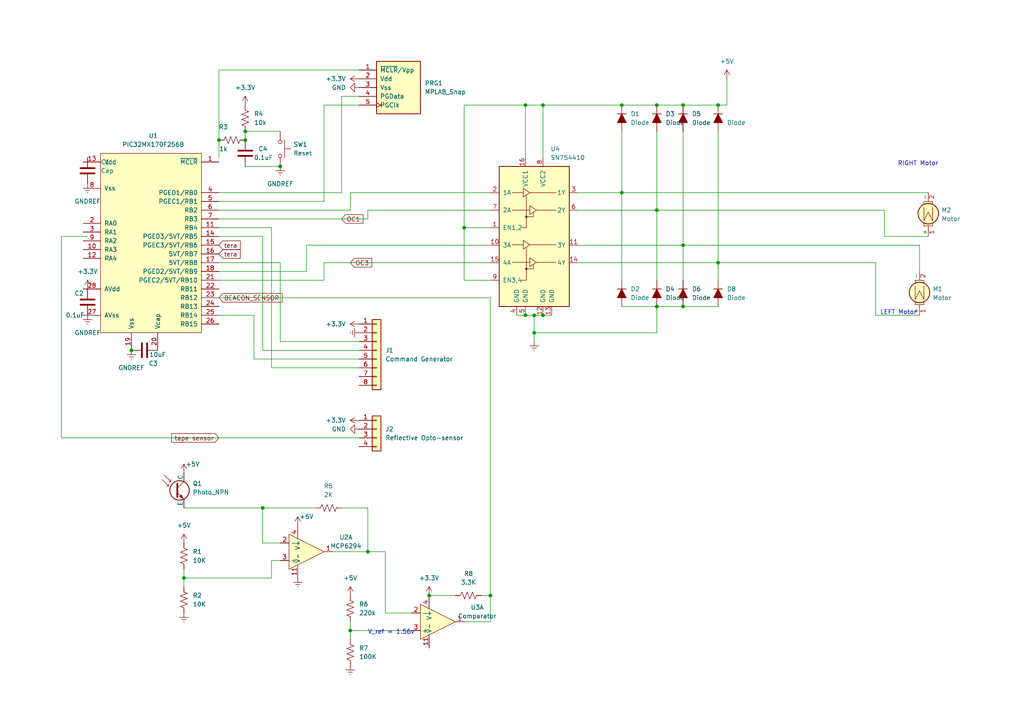
<source format=kicad_sch>
(kicad_sch (version 20230121) (generator eeschema)
  (paper "A4")
  (lib_symbols
    (symbol "ME218_BaseLib:Cap" (pin_numbers hide) (pin_names (offset 0.254))
      (property "Reference" "C" (at 0.635 2.54 0))
      (property "Value" "Cap" (at 0.635 -2.54 0))
      (symbol "Cap_0_1"
        (polyline (pts (xy -2.032 -0.762) (xy 2.032 -0.762)) (stroke (width 0.508)))
        (polyline (pts (xy -2.032 0.762) (xy 2.032 0.762)) (stroke (width 0.508)))
      )
      (symbol "Cap_1_1"
        (pin passive line (at 0 3.81 270) (length 2.794) (name "~") (number "1"))
        (pin passive line (at 0 -3.81 90) (length 2.794) (name "~") (number "2"))
      )
    )
    (symbol "ME218_BaseLib:Diode" (pin_numbers hide) (pin_names (offset 1.016) hide)
      (property "Reference" "D" (at 0 2.54 0))
      (property "Value" "Diode" (at 0 -2.54 0))
      (symbol "Diode_0_1"
        (polyline (pts (xy -1.27 1.27) (xy -1.27 -1.27)) (stroke (width 0.2032)))
        (polyline (pts (xy 1.27 0) (xy -1.27 0)))
        (polyline (pts (xy 1.27 1.27) (xy 1.27 -1.27) (xy -1.27 0) (xy 1.27 1.27)) (stroke (width 0.2032)) (fill (type outline)))
      )
      (symbol "Diode_1_1"
        (pin passive line (at -3.81 0 0) (length 2.54) (name "K") (number "1"))
        (pin passive line (at 3.81 0 180) (length 2.54) (name "A") (number "2"))
      )
    )
    (symbol "ME218_BaseLib:L293NE" (pin_names (offset 1.016))
      (property "Reference" "U" (at -5.08 26.035 0))
      (property "Value" "L293NE" (at -5.08 24.13 0))
      (symbol "L293NE_0_1"
        (rectangle (start -10.16 22.86) (end 10.16 -17.78) (stroke (width 0.254)) (fill (type background)))
        (circle (center -2.286 -6.858) (radius 0.254) (fill (type outline)))
        (circle (center -2.286 8.255) (radius 0.254) (fill (type outline)))
        (polyline (pts (xy -6.35 -4.953) (xy -1.27 -4.953)))
        (polyline (pts (xy -6.35 0.127) (xy -3.175 0.127)))
        (polyline (pts (xy -6.35 10.16) (xy -1.27 10.16)))
        (polyline (pts (xy -6.35 15.24) (xy -3.175 15.24)))
        (polyline (pts (xy -1.27 0.127) (xy 6.35 0.127)))
        (polyline (pts (xy -1.27 15.24) (xy 6.35 15.24)))
        (polyline (pts (xy 0.635 -4.953) (xy 6.35 -4.953)))
        (polyline (pts (xy 0.635 10.16) (xy 6.35 10.16)))
        (polyline (pts (xy -2.286 -6.858) (xy -0.254 -6.858) (xy -0.254 -5.588)))
        (polyline (pts (xy -2.286 -0.635) (xy -2.286 -10.16) (xy -3.556 -10.16)))
        (polyline (pts (xy -2.286 8.255) (xy -0.254 8.255) (xy -0.254 9.525)))
        (polyline (pts (xy -2.286 14.478) (xy -2.286 5.08) (xy -3.556 5.08)))
        (polyline (pts (xy -3.175 1.397) (xy -3.175 -1.143) (xy -1.27 0.127) (xy -3.175 1.397)))
        (polyline (pts (xy -3.175 16.51) (xy -3.175 13.97) (xy -1.27 15.24) (xy -3.175 16.51)))
        (polyline (pts (xy -1.27 -3.683) (xy -1.27 -6.223) (xy 0.635 -4.953) (xy -1.27 -3.683)))
        (polyline (pts (xy -1.27 11.43) (xy -1.27 8.89) (xy 0.635 10.16) (xy -1.27 11.43)))
      )
      (symbol "L293NE_1_1"
        (pin input line (at -12.7 5.08 0) (length 2.54) (name "EN1,2") (number "1"))
        (pin input line (at -12.7 0 0) (length 2.54) (name "3A") (number "10"))
        (pin output line (at 12.7 0 180) (length 2.54) (name "3Y") (number "11"))
        (pin power_in line (at 2.54 -20.32 90) (length 2.54) (name "GND") (number "12"))
        (pin power_in line (at 5.08 -20.32 90) (length 2.54) (name "GND") (number "13"))
        (pin output line (at 12.7 -5.08 180) (length 2.54) (name "4Y") (number "14"))
        (pin input line (at -12.7 -5.08 0) (length 2.54) (name "4A") (number "15"))
        (pin power_in line (at -2.54 25.4 270) (length 2.54) (name "VCC1") (number "16"))
        (pin input line (at -12.7 15.24 0) (length 2.54) (name "1A") (number "2"))
        (pin output line (at 12.7 15.24 180) (length 2.54) (name "1Y") (number "3"))
        (pin power_in line (at -5.08 -20.32 90) (length 2.54) (name "GND") (number "4"))
        (pin power_in line (at -2.54 -20.32 90) (length 2.54) (name "GND") (number "5"))
        (pin output line (at 12.7 10.16 180) (length 2.54) (name "2Y") (number "6"))
        (pin input line (at -12.7 10.16 0) (length 2.54) (name "2A") (number "7"))
        (pin power_in line (at 2.54 25.4 270) (length 2.54) (name "VCC2") (number "8"))
        (pin input line (at -12.7 -10.16 0) (length 2.54) (name "EN3,4") (number "9"))
      )
    )
    (symbol "ME218_BaseLib:MCP6294"
      (property "Reference" "U" (at 1.27 5.08 0))
      (property "Value" "MCP6294" (at 3.81 -5.08 0))
      (symbol "MCP6294_0_1"
        (polyline (pts (xy -5.08 5.08) (xy 5.08 0) (xy -5.08 -5.08) (xy -5.08 5.08)) (stroke (width 0.1524)) (fill (type background)))
        (pin power_in line (at -2.54 -7.62 90) (length 3.81) (name "V-") (number "11"))
        (pin power_in line (at -2.54 7.62 270) (length 3.81) (name "V+") (number "4"))
      )
      (symbol "MCP6294_1_1"
        (pin output line (at 7.62 0 180) (length 2.54) (name "~") (number "1"))
        (pin input line (at -7.62 2.54 0) (length 2.54) (name "-") (number "2"))
        (pin input line (at -7.62 -2.54 0) (length 2.54) (name "+") (number "3"))
      )
      (symbol "MCP6294_2_1"
        (pin input line (at -7.62 -2.54 0) (length 2.54) (name "+") (number "5"))
        (pin input line (at -7.62 2.54 0) (length 2.54) (name "-") (number "6"))
        (pin output line (at 7.62 0 180) (length 2.54) (name "~") (number "7"))
      )
      (symbol "MCP6294_3_1"
        (pin input line (at -7.62 -2.54 0) (length 2.54) (name "+") (number "10"))
        (pin output line (at 7.62 0 180) (length 2.54) (name "~") (number "8"))
        (pin input line (at -7.62 2.54 0) (length 2.54) (name "-") (number "9"))
      )
      (symbol "MCP6294_4_1"
        (pin input line (at -7.62 -2.54 0) (length 2.54) (name "+") (number "12"))
        (pin input line (at -7.62 2.54 0) (length 2.54) (name "-") (number "13"))
        (pin output line (at 7.62 0 180) (length 2.54) (name "~") (number "14"))
      )
    )
    (symbol "ME218_BaseLib:MPLAB_Snap" (pin_names (offset 1.016))
      (property "Reference" "PRG" (at 0 8.89 0))
      (property "Value" "MPLAB_Snap" (at 8.89 1.27 90))
      (symbol "MPLAB_Snap_0_1"
        (rectangle (start -6.35 7.62) (end 6.35 -7.62) (stroke (width 0.254)) (fill (type background)))
      )
      (symbol "MPLAB_Snap_1_1"
        (pin output line (at -11.43 5.08 0) (length 5.08) (name "~{MCLR}/Vpp") (number "1"))
        (pin input line (at -11.43 2.54 0) (length 5.08) (name "Vdd") (number "2"))
        (pin input line (at -11.43 0 0) (length 5.08) (name "Vss") (number "3"))
        (pin bidirectional line (at -11.43 -2.54 0) (length 5.08) (name "PGData") (number "4"))
        (pin output clock (at -11.43 -5.08 0) (length 5.08) (name "PGClk") (number "5"))
        (pin no_connect line (at -2.54 -11.43 0) (length 5.08) hide (name "NC") (number "6"))
        (pin no_connect line (at -2.54 -13.97 0) (length 5.08) hide (name "NC") (number "7"))
        (pin no_connect line (at -2.54 -16.51 0) (length 5.08) hide (name "NC") (number "8"))
      )
    )
    (symbol "ME218_BaseLib:Molex4" (pin_names (offset 1.016) hide)
      (property "Reference" "J" (at 0 5.08 0))
      (property "Value" "Molex4" (at 0 -7.62 0))
      (symbol "Molex4_1_1"
        (rectangle (start -1.27 -4.953) (end 0 -5.207) (stroke (width 0.1524)))
        (rectangle (start -1.27 -2.413) (end 0 -2.667) (stroke (width 0.1524)))
        (rectangle (start -1.27 0.127) (end 0 -0.127) (stroke (width 0.1524)))
        (rectangle (start -1.27 2.667) (end 0 2.413) (stroke (width 0.1524)))
        (rectangle (start -1.27 3.81) (end 1.27 -6.35) (stroke (width 0.254)) (fill (type background)))
        (pin passive line (at -5.08 2.54 0) (length 3.81) (name "Pin_1") (number "1"))
        (pin passive line (at -5.08 0 0) (length 3.81) (name "Pin_2") (number "2"))
        (pin passive line (at -5.08 -2.54 0) (length 3.81) (name "Pin_3") (number "3"))
        (pin passive line (at -5.08 -5.08 0) (length 3.81) (name "Pin_4") (number "4"))
      )
    )
    (symbol "ME218_BaseLib:Molex8" (pin_names (offset 1.016) hide)
      (property "Reference" "J" (at 0 10.16 0))
      (property "Value" "Molex8" (at 0 -12.7 0))
      (symbol "Molex8_1_1"
        (rectangle (start -1.27 -10.033) (end 0 -10.287) (stroke (width 0.1524)))
        (rectangle (start -1.27 -7.493) (end 0 -7.747) (stroke (width 0.1524)))
        (rectangle (start -1.27 -4.953) (end 0 -5.207) (stroke (width 0.1524)))
        (rectangle (start -1.27 -2.413) (end 0 -2.667) (stroke (width 0.1524)))
        (rectangle (start -1.27 0.127) (end 0 -0.127) (stroke (width 0.1524)))
        (rectangle (start -1.27 2.667) (end 0 2.413) (stroke (width 0.1524)))
        (rectangle (start -1.27 5.207) (end 0 4.953) (stroke (width 0.1524)))
        (rectangle (start -1.27 7.747) (end 0 7.493) (stroke (width 0.1524)))
        (rectangle (start -1.27 8.89) (end 1.27 -11.43) (stroke (width 0.254)) (fill (type background)))
        (pin passive line (at -5.08 7.62 0) (length 3.81) (name "Pin_1") (number "1"))
        (pin passive line (at -5.08 5.08 0) (length 3.81) (name "Pin_2") (number "2"))
        (pin passive line (at -5.08 2.54 0) (length 3.81) (name "Pin_3") (number "3"))
        (pin passive line (at -5.08 0 0) (length 3.81) (name "Pin_4") (number "4"))
        (pin passive line (at -5.08 -2.54 0) (length 3.81) (name "Pin_5") (number "5"))
        (pin passive line (at -5.08 -5.08 0) (length 3.81) (name "Pin_6") (number "6"))
        (pin passive line (at -5.08 -7.62 0) (length 3.81) (name "Pin_7") (number "7"))
        (pin passive line (at -5.08 -10.16 0) (length 3.81) (name "Pin_8") (number "8"))
      )
    )
    (symbol "ME218_BaseLib:Motor" (pin_names (offset 0))
      (property "Reference" "M" (at 2.54 2.54 0))
      (property "Value" "Motor" (at 2.54 -5.08 0))
      (symbol "Motor_0_0"
        (circle (center 0 -1.524) (radius 2.9718) (stroke (width 0.254)) (fill (type background)))
        (polyline (pts (xy -1.27 -4.318) (xy -1.27 -5.08) (xy 1.27 -5.08) (xy 1.27 -4.318)) (fill (type background)))
        (polyline (pts (xy -1.27 1.27) (xy -1.27 2.032) (xy 1.27 2.032) (xy 1.27 1.27)) (fill (type background)))
        (polyline (pts (xy -1.27 -3.302) (xy -1.27 0.508) (xy 0 -2.032) (xy 1.27 0.508) (xy 1.27 -3.302)))
      )
      (symbol "Motor_0_1"
        (polyline (pts (xy 0 2.032) (xy 0 2.54)))
      )
      (symbol "Motor_1_1"
        (pin passive line (at 0 5.08 270) (length 2.54) (name "+") (number "1"))
        (pin passive line (at 0 -7.62 90) (length 2.54) (name "-") (number "2"))
      )
    )
    (symbol "ME218_BaseLib:PIC32MX170F256B" (pin_names (offset 1.016))
      (property "Reference" "U" (at -20.32 25.4 0))
      (property "Value" "PIC32MX170F256B" (at -7.62 25.4 0))
      (symbol "PIC32MX170F256B_0_1"
        (rectangle (start -21.59 24.13) (end 7.62 -27.94) (fill (type background)))
      )
      (symbol "PIC32MX170F256B_1_1"
        (pin input line (at 12.7 21.59 180) (length 5.08) (name "~{MCLR}") (number "1"))
        (pin bidirectional line (at -26.67 -3.81 0) (length 5.08) (name "RA3") (number "10"))
        (pin bidirectional line (at 12.7 2.54 180) (length 5.08) (name "RB4") (number "11"))
        (pin bidirectional line (at -26.67 -6.35 0) (length 5.08) (name "RA4") (number "12"))
        (pin power_in line (at -26.67 21.59 0) (length 5.08) (name "Vdd") (number "13"))
        (pin bidirectional line (at 12.7 0 180) (length 5.08) (name "PGED3/5VT/RB5") (number "14"))
        (pin bidirectional line (at 12.7 -2.54 180) (length 5.08) (name "PGEC3/5VT/RB6") (number "15"))
        (pin bidirectional line (at 12.7 -5.08 180) (length 5.08) (name "5VT/RB7") (number "16"))
        (pin bidirectional line (at 12.7 -7.62 180) (length 5.08) (name "5VT/RB8") (number "17"))
        (pin bidirectional line (at 12.7 -10.16 180) (length 5.08) (name "PGED2/5VT/RB9") (number "18"))
        (pin power_in line (at -12.7 -33.02 90) (length 5.08) (name "Vss") (number "19"))
        (pin bidirectional line (at -26.67 3.81 0) (length 5.08) (name "RA0") (number "2"))
        (pin input line (at -5.08 -33.02 90) (length 5.08) (name "Vcap") (number "20"))
        (pin bidirectional line (at 12.7 -12.7 180) (length 5.08) (name "PGEC2/5VT/RB10") (number "21"))
        (pin bidirectional line (at 12.7 -15.24 180) (length 5.08) (name "RB11") (number "22"))
        (pin bidirectional line (at 12.7 -17.78 180) (length 5.08) (name "RB12") (number "23"))
        (pin bidirectional line (at 12.7 -20.32 180) (length 5.08) (name "RB13") (number "24"))
        (pin bidirectional line (at 12.7 -22.86 180) (length 5.08) (name "RB14") (number "25"))
        (pin bidirectional line (at 12.7 -25.4 180) (length 5.08) (name "RB15") (number "26"))
        (pin power_in line (at -26.67 -22.86 0) (length 5.08) (name "AVss") (number "27"))
        (pin power_in line (at -26.67 -15.24 0) (length 5.08) (name "AVdd") (number "28"))
        (pin bidirectional line (at -26.67 1.27 0) (length 5.08) (name "RA1") (number "3"))
        (pin bidirectional line (at 12.7 12.7 180) (length 5.08) (name "PGED1/RB0") (number "4"))
        (pin bidirectional line (at 12.7 10.16 180) (length 5.08) (name "PGEC1/RB1") (number "5"))
        (pin bidirectional line (at 12.7 7.62 180) (length 5.08) (name "RB2") (number "6"))
        (pin bidirectional line (at 12.7 5.08 180) (length 5.08) (name "RB3") (number "7"))
        (pin power_in line (at -26.67 13.97 0) (length 5.08) (name "Vss") (number "8"))
        (pin bidirectional line (at -26.67 -1.27 0) (length 5.08) (name "RA2") (number "9"))
      )
    )
    (symbol "ME218_BaseLib:Photo_NPN" (pin_numbers hide) (pin_names (offset 0))
      (property "Reference" "Q" (at 5.08 1.27 0))
      (property "Value" "Photo_NPN" (at 5.08 -1.27 0))
      (symbol "Photo_NPN_0_1"
        (polyline (pts (xy -1.905 1.27) (xy -2.54 1.27)))
        (polyline (pts (xy -1.27 2.54) (xy -1.905 2.54)))
        (polyline (pts (xy 0.635 0.635) (xy 2.54 2.54)))
        (polyline (pts (xy -3.81 3.175) (xy -1.905 1.27) (xy -1.905 1.905)))
        (polyline (pts (xy -3.175 4.445) (xy -1.27 2.54) (xy -1.27 3.175)))
        (polyline (pts (xy 0.635 -0.635) (xy 2.54 -2.54) (xy 2.54 -2.54)))
        (polyline (pts (xy 0.635 1.905) (xy 0.635 -1.905) (xy 0.635 -1.905)) (stroke (width 0.508)))
        (polyline (pts (xy 1.27 -1.778) (xy 1.778 -1.27) (xy 2.286 -2.286) (xy 1.27 -1.778) (xy 1.27 -1.778)) (fill (type outline)))
        (circle (center 1.27 0) (radius 2.8194) (stroke (width 0.254)))
      )
      (symbol "Photo_NPN_1_1"
        (pin passive line (at 2.54 5.08 270) (length 2.54) (name "C") (number "1"))
        (pin passive line (at 2.54 -5.08 90) (length 2.54) (name "E") (number "2"))
      )
    )
    (symbol "ME218_BaseLib:Res1" (pin_numbers hide) (pin_names (offset 0))
      (property "Reference" "R" (at 2.54 0 90))
      (property "Value" "Res1" (at -2.54 0 90))
      (symbol "Res1_0_1"
        (polyline (pts (xy 0 -2.286) (xy 0 -2.54)))
        (polyline (pts (xy 0 2.286) (xy 0 2.54)))
        (polyline (pts (xy 0 -0.762) (xy 1.016 -1.143) (xy 0 -1.524) (xy -1.016 -1.905) (xy 0 -2.286)))
        (polyline (pts (xy 0 0.762) (xy 1.016 0.381) (xy 0 0) (xy -1.016 -0.381) (xy 0 -0.762)))
        (polyline (pts (xy 0 2.286) (xy 1.016 1.905) (xy 0 1.524) (xy -1.016 1.143) (xy 0 0.762)))
      )
      (symbol "Res1_1_1"
        (pin passive line (at 0 3.81 270) (length 1.27) (name "~") (number "1"))
        (pin passive line (at 0 -3.81 90) (length 1.27) (name "~") (number "2"))
      )
    )
    (symbol "ME218_BaseLib:SW_Push" (pin_numbers hide) (pin_names (offset 1.016) hide)
      (property "Reference" "SW" (at 1.27 2.54 0))
      (property "Value" "SW_Push" (at 0 -1.524 0))
      (symbol "SW_Push_0_1"
        (circle (center -2.032 0) (radius 0.508))
        (polyline (pts (xy 0 1.27) (xy 0 3.048)))
        (polyline (pts (xy 2.54 1.27) (xy -2.54 1.27)))
        (circle (center 2.032 0) (radius 0.508))
        (pin passive line (at -5.08 0 0) (length 2.54) (name "1") (number "1"))
        (pin passive line (at 5.08 0 180) (length 2.54) (name "2") (number "2"))
      )
    )
    (symbol "Res1_1" (pin_numbers hide) (pin_names (offset 0))
      (property "Reference" "R" (at 2.54 0 90))
      (property "Value" "Res1" (at -2.54 0 90))
      (symbol "Res1_1_0_1"
        (polyline (pts (xy 0 -2.286) (xy 0 -2.54)))
        (polyline (pts (xy 0 2.286) (xy 0 2.54)))
        (polyline (pts (xy 0 -0.762) (xy 1.016 -1.143) (xy 0 -1.524) (xy -1.016 -1.905) (xy 0 -2.286)))
        (polyline (pts (xy 0 0.762) (xy 1.016 0.381) (xy 0 0) (xy -1.016 -0.381) (xy 0 -0.762)))
        (polyline (pts (xy 0 2.286) (xy 1.016 1.905) (xy 0 1.524) (xy -1.016 1.143) (xy 0 0.762)))
      )
      (symbol "Res1_1_1_1"
        (pin passive line (at 0 3.81 270) (length 1.27) (name "~") (number "1"))
        (pin passive line (at 0 -3.81 90) (length 1.27) (name "~") (number "2"))
      )
    )
    (symbol "Res1_2" (pin_numbers hide) (pin_names (offset 0))
      (property "Reference" "R" (at 2.54 0 90))
      (property "Value" "Res1" (at -2.54 0 90))
      (symbol "Res1_2_0_1"
        (polyline (pts (xy 0 -2.286) (xy 0 -2.54)))
        (polyline (pts (xy 0 2.286) (xy 0 2.54)))
        (polyline (pts (xy 0 -0.762) (xy 1.016 -1.143) (xy 0 -1.524) (xy -1.016 -1.905) (xy 0 -2.286)))
        (polyline (pts (xy 0 0.762) (xy 1.016 0.381) (xy 0 0) (xy -1.016 -0.381) (xy 0 -0.762)))
        (polyline (pts (xy 0 2.286) (xy 1.016 1.905) (xy 0 1.524) (xy -1.016 1.143) (xy 0 0.762)))
      )
      (symbol "Res1_2_1_1"
        (pin passive line (at 0 3.81 270) (length 1.27) (name "~") (number "1"))
        (pin passive line (at 0 -3.81 90) (length 1.27) (name "~") (number "2"))
      )
    )
    (symbol "Res1_3" (pin_numbers hide) (pin_names (offset 0))
      (property "Reference" "R" (at 2.54 0 90))
      (property "Value" "Res1" (at -2.54 0 90))
      (symbol "Res1_3_0_1"
        (polyline (pts (xy 0 -2.286) (xy 0 -2.54)))
        (polyline (pts (xy 0 2.286) (xy 0 2.54)))
        (polyline (pts (xy 0 -0.762) (xy 1.016 -1.143) (xy 0 -1.524) (xy -1.016 -1.905) (xy 0 -2.286)))
        (polyline (pts (xy 0 0.762) (xy 1.016 0.381) (xy 0 0) (xy -1.016 -0.381) (xy 0 -0.762)))
        (polyline (pts (xy 0 2.286) (xy 1.016 1.905) (xy 0 1.524) (xy -1.016 1.143) (xy 0 0.762)))
      )
      (symbol "Res1_3_1_1"
        (pin passive line (at 0 3.81 270) (length 1.27) (name "~") (number "1"))
        (pin passive line (at 0 -3.81 90) (length 1.27) (name "~") (number "2"))
      )
    )
    (symbol "power:+3.3V" (power) (pin_names (offset 0))
      (property "Value" "+3.3V" (at 0 3.556 0))
      (symbol "+3.3V_0_1"
        (polyline (pts (xy -0.762 1.27) (xy 0 2.54)))
        (polyline (pts (xy 0 0) (xy 0 2.54)))
        (polyline (pts (xy 0 2.54) (xy 0.762 1.27)))
      )
      (symbol "+3.3V_1_1"
        (pin power_in line (at 0 0 90) (length 0) hide (name "+3.3V") (number "1"))
      )
    )
    (symbol "power:+5V" (power) (pin_names (offset 0))
      (property "Value" "+5V" (at 0 3.556 0))
      (symbol "+5V_0_1"
        (polyline (pts (xy -0.762 1.27) (xy 0 2.54)))
        (polyline (pts (xy 0 0) (xy 0 2.54)))
        (polyline (pts (xy 0 2.54) (xy 0.762 1.27)))
      )
      (symbol "+5V_1_1"
        (pin power_in line (at 0 0 90) (length 0) hide (name "+5V") (number "1"))
      )
    )
    (symbol "power:Earth" (power) (pin_names (offset 0))
      (symbol "Earth_0_1"
        (polyline (pts (xy -0.635 -1.905) (xy 0.635 -1.905)))
        (polyline (pts (xy -0.127 -2.54) (xy 0.127 -2.54)))
        (polyline (pts (xy 0 -1.27) (xy 0 0)))
        (polyline (pts (xy 1.27 -1.27) (xy -1.27 -1.27)))
      )
      (symbol "Earth_1_1"
        (pin power_in line (at 0 0 270) (length 0) hide (name "Earth") (number "1"))
      )
    )
    (symbol "power:GND" (power) (pin_names (offset 0))
      (property "Value" "GND" (at 0 -3.81 0))
      (symbol "GND_0_1"
        (polyline (pts (xy 0 0) (xy 0 -1.27) (xy 1.27 -1.27) (xy 0 -2.54) (xy -1.27 -1.27) (xy 0 -1.27)))
      )
      (symbol "GND_1_1"
        (pin power_in line (at 0 0 270) (length 0) hide (name "GND") (number "1"))
      )
    )
    (symbol "power:GNDREF" (power) (pin_names (offset 0))
      (property "Value" "GNDREF" (at 0 -3.81 0))
      (symbol "GNDREF_0_1"
        (polyline (pts (xy -0.635 -1.905) (xy 0.635 -1.905)))
        (polyline (pts (xy -0.127 -2.54) (xy 0.127 -2.54)))
        (polyline (pts (xy 0 -1.27) (xy 0 0)))
        (polyline (pts (xy 1.27 -1.27) (xy -1.27 -1.27)))
      )
      (symbol "GNDREF_1_1"
        (pin power_in line (at 0 0 270) (length 0) hide (name "GNDREF") (number "1"))
      )
    )
  )
  (junction (at 180.34 30.48))
  (junction (at 152.4 30.48))
  (junction (at 154.94 96.52))
  (junction (at 63.5 40.64))
  (junction (at 134.62 66.04))
  (junction (at 157.48 91.44))
  (junction (at 190.5 30.48))
  (junction (at 208.28 30.48))
  (junction (at 53.34 167.64))
  (junction (at 190.5 88.9))
  (junction (at 198.12 30.48))
  (junction (at 81.28 48.26))
  (junction (at 101.6 182.88))
  (junction (at 38.1 101.6))
  (junction (at 152.4 91.44))
  (junction (at 142.24 172.72))
  (junction (at 124.46 172.72))
  (junction (at 198.12 71.12))
  (junction (at 157.48 30.48))
  (junction (at 154.94 91.44))
  (junction (at 71.12 38.1))
  (junction (at 106.68 160.02))
  (junction (at 208.28 76.2))
  (junction (at 76.2 147.32))
  (junction (at 71.12 40.64))
  (junction (at 198.12 88.9))
  (junction (at 190.5 60.96))
  (junction (at 180.34 55.88))
  (wire (pts (xy 157.48 30.48) (xy 180.34 30.48)))
  (wire (pts (xy 71.12 38.1) (xy 81.28 38.1)))
  (wire (pts (xy 142.24 86.36) (xy 142.24 172.72)))
  (wire (pts (xy 71.12 40.64) (xy 71.12 38.1)))
  (wire (pts (xy 154.94 96.52) (xy 154.94 99.06)))
  (wire (pts (xy 142.24 76.2) (xy 93.98 76.2)))
  (wire (pts (xy 76.2 147.32) (xy 91.44 147.32)))
  (wire (pts (xy 198.12 88.9) (xy 208.28 88.9)))
  (wire (pts (xy 106.68 147.32) (xy 106.68 160.02)))
  (wire (pts (xy 101.6 182.88) (xy 119.38 182.88)))
  (wire (pts (xy 63.5 68.58) (xy 76.2 68.58)))
  (wire (pts (xy 104.14 104.14) (xy 73.66 104.14)))
  (wire (pts (xy 63.5 20.32) (xy 104.14 20.32)))
  (wire (pts (xy 198.12 71.12) (xy 266.7 71.12)))
  (wire (pts (xy 111.76 177.8) (xy 111.76 160.02)))
  (wire (pts (xy 88.9 78.74) (xy 63.5 78.74)))
  (wire (pts (xy 63.5 55.88) (xy 99.06 55.88)))
  (wire (pts (xy 167.64 76.2) (xy 208.28 76.2)))
  (wire (pts (xy 190.5 60.96) (xy 256.54 60.96)))
  (wire (pts (xy 104.14 99.06) (xy 81.28 99.06)))
  (wire (pts (xy 157.48 91.44) (xy 160.02 91.44)))
  (wire (pts (xy 53.34 165.1) (xy 53.34 167.64)))
  (wire (pts (xy 78.74 167.64) (xy 53.34 167.64)))
  (wire (pts (xy 76.2 157.48) (xy 76.2 147.32)))
  (wire (pts (xy 101.6 180.34) (xy 101.6 182.88)))
  (wire (pts (xy 81.28 76.2) (xy 63.5 76.2)))
  (wire (pts (xy 142.24 81.28) (xy 134.62 81.28)))
  (wire (pts (xy 134.62 180.34) (xy 142.24 180.34)))
  (wire (pts (xy 266.7 71.12) (xy 266.7 78.74)))
  (wire (pts (xy 99.06 55.88) (xy 99.06 27.94)))
  (wire (pts (xy 198.12 30.48) (xy 208.28 30.48)))
  (wire (pts (xy 96.52 160.02) (xy 106.68 160.02)))
  (wire (pts (xy 63.5 40.64) (xy 63.5 45.72)))
  (wire (pts (xy 152.4 91.44) (xy 154.94 91.44)))
  (wire (pts (xy 210.82 22.86) (xy 210.82 30.48)))
  (wire (pts (xy 93.98 81.28) (xy 63.5 81.28)))
  (wire (pts (xy 142.24 66.04) (xy 134.62 66.04)))
  (wire (pts (xy 101.6 182.88) (xy 101.6 185.42)))
  (wire (pts (xy 93.98 30.48) (xy 93.98 58.42)))
  (wire (pts (xy 93.98 58.42) (xy 63.5 58.42)))
  (wire (pts (xy 134.62 30.48) (xy 152.4 30.48)))
  (wire (pts (xy 106.68 60.96) (xy 106.68 63.5)))
  (wire (pts (xy 78.74 66.04) (xy 78.74 106.68)))
  (wire (pts (xy 81.28 99.06) (xy 81.28 76.2)))
  (wire (pts (xy 198.12 38.1) (xy 198.12 71.12)))
  (wire (pts (xy 180.34 30.48) (xy 190.5 30.48)))
  (wire (pts (xy 154.94 91.44) (xy 157.48 91.44)))
  (wire (pts (xy 63.5 40.64) (xy 63.5 20.32)))
  (wire (pts (xy 142.24 172.72) (xy 142.24 180.34)))
  (wire (pts (xy 190.5 38.1) (xy 190.5 60.96)))
  (wire (pts (xy 256.54 68.58) (xy 269.24 68.58)))
  (wire (pts (xy 134.62 30.48) (xy 134.62 66.04)))
  (wire (pts (xy 81.28 48.26) (xy 71.12 48.26)))
  (wire (pts (xy 99.06 27.94) (xy 104.14 27.94)))
  (wire (pts (xy 149.86 91.44) (xy 152.4 91.44)))
  (wire (pts (xy 119.38 177.8) (xy 111.76 177.8)))
  (wire (pts (xy 157.48 30.48) (xy 157.48 45.72)))
  (wire (pts (xy 93.98 76.2) (xy 93.98 81.28)))
  (wire (pts (xy 17.78 127) (xy 17.78 68.58)))
  (wire (pts (xy 76.2 68.58) (xy 76.2 101.6)))
  (wire (pts (xy 106.68 60.96) (xy 142.24 60.96)))
  (wire (pts (xy 208.28 76.2) (xy 254 76.2)))
  (wire (pts (xy 198.12 71.12) (xy 198.12 81.28)))
  (wire (pts (xy 142.24 71.12) (xy 88.9 71.12)))
  (wire (pts (xy 101.6 60.96) (xy 63.5 60.96)))
  (wire (pts (xy 208.28 38.1) (xy 208.28 76.2)))
  (wire (pts (xy 152.4 30.48) (xy 157.48 30.48)))
  (wire (pts (xy 190.5 96.52) (xy 154.94 96.52)))
  (wire (pts (xy 190.5 88.9) (xy 198.12 88.9)))
  (wire (pts (xy 167.64 60.96) (xy 190.5 60.96)))
  (wire (pts (xy 78.74 162.56) (xy 81.28 162.56)))
  (wire (pts (xy 73.66 91.44) (xy 63.5 91.44)))
  (wire (pts (xy 180.34 55.88) (xy 180.34 81.28)))
  (wire (pts (xy 208.28 76.2) (xy 208.28 81.28)))
  (wire (pts (xy 104.14 106.68) (xy 78.74 106.68)))
  (wire (pts (xy 104.14 127) (xy 17.78 127)))
  (wire (pts (xy 99.06 147.32) (xy 106.68 147.32)))
  (wire (pts (xy 124.46 172.72) (xy 132.08 172.72)))
  (wire (pts (xy 53.34 167.64) (xy 53.34 170.18)))
  (wire (pts (xy 73.66 104.14) (xy 73.66 91.44)))
  (wire (pts (xy 154.94 91.44) (xy 154.94 96.52)))
  (wire (pts (xy 254 76.2) (xy 254 91.44)))
  (wire (pts (xy 104.14 30.48) (xy 93.98 30.48)))
  (wire (pts (xy 167.64 71.12) (xy 198.12 71.12)))
  (wire (pts (xy 190.5 60.96) (xy 190.5 81.28)))
  (wire (pts (xy 180.34 38.1) (xy 180.34 55.88)))
  (wire (pts (xy 101.6 55.88) (xy 101.6 60.96)))
  (wire (pts (xy 101.6 55.88) (xy 142.24 55.88)))
  (wire (pts (xy 78.74 162.56) (xy 78.74 167.64)))
  (wire (pts (xy 63.5 86.36) (xy 142.24 86.36)))
  (wire (pts (xy 104.14 101.6) (xy 76.2 101.6)))
  (wire (pts (xy 180.34 88.9) (xy 190.5 88.9)))
  (wire (pts (xy 53.34 147.32) (xy 76.2 147.32)))
  (wire (pts (xy 106.68 63.5) (xy 63.5 63.5)))
  (wire (pts (xy 152.4 45.72) (xy 152.4 30.48)))
  (wire (pts (xy 17.78 68.58) (xy 25.4 68.58)))
  (wire (pts (xy 208.28 30.48) (xy 210.82 30.48)))
  (wire (pts (xy 134.62 66.04) (xy 134.62 81.28)))
  (wire (pts (xy 190.5 30.48) (xy 198.12 30.48)))
  (wire (pts (xy 111.76 160.02) (xy 106.68 160.02)))
  (wire (pts (xy 88.9 71.12) (xy 88.9 78.74)))
  (wire (pts (xy 256.54 60.96) (xy 256.54 68.58)))
  (wire (pts (xy 78.74 66.04) (xy 63.5 66.04)))
  (wire (pts (xy 180.34 55.88) (xy 269.24 55.88)))
  (wire (pts (xy 254 91.44) (xy 266.7 91.44)))
  (wire (pts (xy 81.28 157.48) (xy 76.2 157.48)))
  (wire (pts (xy 167.64 55.88) (xy 180.34 55.88)))
  (wire (pts (xy 190.5 88.9) (xy 190.5 96.52)))
  (wire (pts (xy 139.7 172.72) (xy 142.24 172.72)))
  (text "LEFT Motor" (at 255.27 91.44 0) (effects (font (size 1.27 1.27)) (justify left bottom)))
  (text "RIGHT Motor" (at 260.35 48.26 0) (effects (font (size 1.27 1.27)) (justify left bottom)))
  (text "V_ref = 1.56v" (at 106.68 184.15 0) (effects (font (size 1.27 1.27)) (justify left bottom)))
  (global_label "tape sensor" (shape input) (at 63.5 127 180) (property "Intersheetrefs" "${INTERSHEET_REFS}" (effects hide)))
  (global_label "BEACON_SENSOR" (shape input) (at 63.5 86.36 0) (property "Intersheetrefs" "${INTERSHEET_REFS}" (effects hide)))
  (global_label "tera" (shape input) (at 63.5 73.66 0) (property "Intersheetrefs" "${INTERSHEET_REFS}" (effects hide)))
  (global_label "OC3" (shape input) (at 101.6 76.2 0) (property "Intersheetrefs" "${INTERSHEET_REFS}" (effects hide)))
  (global_label "OC1" (shape input) (at 99.06 63.5 0) (property "Intersheetrefs" "${INTERSHEET_REFS}" (effects hide)))
  (global_label "tera" (shape input) (at 63.5 71.12 0) (property "Intersheetrefs" "${INTERSHEET_REFS}" (effects hide)))
  (symbol (lib_id "power:+3.3V") (at 104.14 121.92 90) (unit 1)
    (property "Reference" "#PWR018" (effects hide))
    (property "Value" "+3.3V" (at 100.33 121.92 90) (effects (justify left)))
  )
  (symbol (lib_id "power:+5V") (at 53.34 157.48 0) (unit 1)
    (property "Reference" "#PWR06" (effects hide))
    (property "Value" "+5V" (at 53.34 152.4 0))
  )
  (symbol (lib_name "Res1_2") (lib_id "ME218_BaseLib:Res1") (at 95.25 147.32 90) (unit 1)
    (property "Reference" "R5" (at 95.25 140.97 90))
    (property "Value" "2K" (at 95.25 143.51 90))
  )
  (symbol (lib_id "ME218_BaseLib:Diode") (at 208.28 85.09 270) (unit 1)
    (property "Reference" "D8" (at 210.82 83.82 90) (effects (justify left)))
    (property "Value" "Diode" (at 210.82 86.36 90) (effects (justify left)))
  )
  (symbol (lib_id "ME218_BaseLib:Res1") (at 67.31 40.64 90) (unit 1)
    (property "Reference" "R3" (at 64.77 36.83 90))
    (property "Value" "1k" (at 64.77 43.18 90))
  )
  (symbol (lib_id "ME218_BaseLib:MCP6294") (at 88.9 160.02 0) (unit 1)
    (property "Reference" "U2" (at 100.33 155.8291 0))
    (property "Value" "MCP6294" (at 100.33 158.3691 0))
  )
  (symbol (lib_id "power:Earth") (at 53.34 177.8 0) (unit 1)
    (property "Reference" "#PWR07" (effects hide))
    (property "Value" "Earth" (effects hide))
  )
  (symbol (lib_id "power:Earth") (at 101.6 193.04 0) (unit 1)
    (property "Reference" "#PWR013" (effects hide))
    (property "Value" "Earth" (effects hide))
  )
  (symbol (lib_id "power:+5V") (at 53.34 137.16 0) (unit 1)
    (property "Reference" "#PWR05" (effects hide))
    (property "Value" "+5V" (at 55.88 134.62 0))
  )
  (symbol (lib_id "ME218_BaseLib:Diode") (at 198.12 34.29 270) (unit 1)
    (property "Reference" "D5" (at 200.66 33.02 90) (effects (justify left)))
    (property "Value" "Diode" (at 200.66 35.56 90) (effects (justify left)))
  )
  (symbol (lib_id "ME218_BaseLib:Diode") (at 198.12 85.09 270) (unit 1)
    (property "Reference" "D6" (at 200.66 83.82 90) (effects (justify left)))
    (property "Value" "Diode" (at 200.66 86.36 90) (effects (justify left)))
  )
  (symbol (lib_id "power:Earth") (at 86.36 167.64 0) (unit 1)
    (property "Reference" "#PWR011" (effects hide))
    (property "Value" "Earth" (effects hide))
  )
  (symbol (lib_id "power:+3.3V") (at 25.4 83.82 0) (unit 1)
    (property "Reference" "#PWR02" (effects hide))
    (property "Value" "+3.3V" (at 25.4 78.74 0))
  )
  (symbol (lib_id "power:GNDREF") (at 38.1 101.6 0) (unit 1)
    (property "Reference" "#PWR04" (effects hide))
    (property "Value" "GNDREF" (at 38.1 106.68 0))
  )
  (symbol (lib_id "ME218_BaseLib:L293NE") (at 154.94 71.12 0) (unit 1)
    (property "Reference" "U4" (at 159.6741 43.18 0) (effects (justify left)))
    (property "Value" "SN754410" (at 159.6741 45.72 0) (effects (justify left)))
    (property "Footprint" "Package_DIP:DIP-16_W7.62mm" (effects hide))
  )
  (symbol (lib_id "ME218_BaseLib:Diode") (at 180.34 85.09 270) (unit 1)
    (property "Reference" "D2" (at 182.88 83.82 90) (effects (justify left)))
    (property "Value" "Diode" (at 182.88 86.36 90) (effects (justify left)))
  )
  (symbol (lib_id "power:GNDREF") (at 25.4 53.34 0) (unit 1)
    (property "Reference" "#PWR01" (effects hide))
    (property "Value" "GNDREF" (at 25.4 58.42 0))
  )
  (symbol (lib_name "Res1_1") (lib_id "ME218_BaseLib:Res1") (at 135.89 172.72 90) (unit 1)
    (property "Reference" "R8" (at 135.89 166.37 90))
    (property "Value" "3.3K" (at 135.89 168.91 90))
  )
  (symbol (lib_id "ME218_BaseLib:Molex4") (at 109.22 124.46 0) (unit 1)
    (property "Reference" "J2" (at 111.76 124.46 0) (effects (justify left)))
    (property "Value" "Reflective Opto-sensor" (at 111.76 127 0) (effects (justify left)))
  )
  (symbol (lib_name "Res1_3") (lib_id "ME218_BaseLib:Res1") (at 53.34 161.29 0) (unit 1)
    (property "Reference" "R1" (at 55.88 160.02 0) (effects (justify left)))
    (property "Value" "10K" (at 55.88 162.56 0) (effects (justify left)))
  )
  (symbol (lib_id "ME218_BaseLib:Cap") (at 25.4 87.63 0) (unit 1)
    (property "Reference" "C2" (at 21.59 85.09 0) (effects (justify left)))
    (property "Value" "0.1uF" (at 19.05 91.44 0) (effects (justify left)))
  )
  (symbol (lib_id "ME218_BaseLib:PIC32MX170F256B") (at 50.8 68.58 0) (unit 1)
    (property "Reference" "U1" (at 44.45 39.37 0))
    (property "Value" "PIC32MX170F256B" (at 44.45 41.91 0))
  )
  (symbol (lib_id "power:GND") (at 104.14 25.4 270) (unit 1)
    (property "Reference" "#PWR015" (effects hide))
    (property "Value" "GND" (at 100.33 25.4 90) (effects (justify right)))
  )
  (symbol (lib_id "power:+5V") (at 86.36 152.4 0) (unit 1)
    (property "Reference" "#PWR010" (effects hide))
    (property "Value" "+5V" (at 88.9 149.86 0))
  )
  (symbol (lib_id "ME218_BaseLib:Diode") (at 208.28 34.29 270) (unit 1)
    (property "Reference" "D7" (effects hide))
    (property "Value" "Diode" (at 210.82 35.56 90) (effects (justify left)))
  )
  (symbol (lib_id "ME218_BaseLib:Cap") (at 71.12 44.45 0) (unit 1)
    (property "Reference" "C4" (at 74.93 43.1799 0) (effects (justify left)))
    (property "Value" "0.1uF" (at 73.66 45.72 0) (effects (justify left)))
  )
  (symbol (lib_id "ME218_BaseLib:Cap") (at 25.4 49.53 0) (unit 1)
    (property "Reference" "C1" (at 29.21 46.99 0) (effects (justify left)))
    (property "Value" "Cap" (at 29.21 49.53 0) (effects (justify left)))
  )
  (symbol (lib_id "power:+3.3V") (at 124.46 172.72 0) (unit 1)
    (property "Reference" "#PWR020" (effects hide))
    (property "Value" "+3.3V" (at 124.46 167.64 0))
  )
  (symbol (lib_id "power:+3.3V") (at 104.14 22.86 90) (unit 1)
    (property "Reference" "#PWR014" (effects hide))
    (property "Value" "+3.3V" (at 100.33 22.86 90) (effects (justify left)))
  )
  (symbol (lib_name "Res1_3") (lib_id "ME218_BaseLib:Res1") (at 101.6 189.23 0) (unit 1)
    (property "Reference" "R7" (at 104.14 187.96 0) (effects (justify left)))
    (property "Value" "100K" (at 104.14 190.5 0) (effects (justify left)))
  )
  (symbol (lib_id "ME218_BaseLib:Cap") (at 41.91 101.6 90) (unit 1)
    (property "Reference" "C3" (at 44.45 105.41 90))
    (property "Value" "10uF" (at 45.72 102.87 90))
  )
  (symbol (lib_id "ME218_BaseLib:Molex8") (at 109.22 101.6 0) (unit 1)
    (property "Reference" "J1" (at 111.76 101.6 0) (effects (justify left)))
    (property "Value" "Command Generator" (at 111.76 104.14 0) (effects (justify left)))
  )
  (symbol (lib_id "ME218_BaseLib:Motor") (at 269.24 63.5 180) (unit 1)
    (property "Reference" "M2" (at 273.05 60.96 0) (effects (justify right)))
    (property "Value" "Motor" (at 273.05 63.5 0) (effects (justify right)))
  )
  (symbol (lib_name "Res1_3") (lib_id "ME218_BaseLib:Res1") (at 53.34 173.99 0) (unit 1)
    (property "Reference" "R2" (at 55.88 172.72 0) (effects (justify left)))
    (property "Value" "10K" (at 55.88 175.26 0) (effects (justify left)))
  )
  (symbol (lib_id "power:+3.3V") (at 104.14 93.98 90) (unit 1)
    (property "Reference" "#PWR016" (effects hide))
    (property "Value" "+3.3V" (at 100.33 93.98 90) (effects (justify left)))
  )
  (symbol (lib_id "power:+3.3V") (at 71.12 30.48 0) (unit 1)
    (property "Reference" "#PWR08" (effects hide))
    (property "Value" "+3.3V" (at 71.12 25.4 0))
  )
  (symbol (lib_id "ME218_BaseLib:Photo_NPN") (at 50.8 142.24 0) (unit 1)
    (property "Reference" "Q1" (at 55.88 140.2207 0) (effects (justify left)))
    (property "Value" "Photo_NPN" (at 55.88 142.7607 0) (effects (justify left)))
  )
  (symbol (lib_id "ME218_BaseLib:Diode") (at 190.5 34.29 270) (unit 1)
    (property "Reference" "D3" (at 193.04 33.02 90) (effects (justify left)))
    (property "Value" "Diode" (at 193.04 35.56 90) (effects (justify left)))
  )
  (symbol (lib_id "power:+5V") (at 210.82 22.86 0) (unit 1)
    (property "Reference" "#PWR022" (effects hide))
    (property "Value" "+5V" (at 210.82 17.78 0))
  )
  (symbol (lib_id "power:Earth") (at 154.94 99.06 0) (unit 1)
    (property "Reference" "#PWR021" (effects hide))
    (property "Value" "Earth" (effects hide))
  )
  (symbol (lib_id "ME218_BaseLib:Diode") (at 190.5 85.09 270) (unit 1)
    (property "Reference" "D4" (at 193.04 83.82 90) (effects (justify left)))
    (property "Value" "Diode" (at 193.04 86.36 90) (effects (justify left)))
  )
  (symbol (lib_id "power:GNDREF") (at 81.28 48.26 0) (unit 1)
    (property "Reference" "#PWR09" (effects hide))
    (property "Value" "GNDREF" (at 81.28 53.34 0))
  )
  (symbol (lib_id "power:Earth") (at 104.14 96.52 270) (unit 1)
    (property "Reference" "#PWR017" (effects hide))
    (property "Value" "Earth" (effects hide))
  )
  (symbol (lib_id "ME218_BaseLib:Res1") (at 71.12 34.29 180) (unit 1)
    (property "Reference" "R4" (at 73.66 33.0199 0) (effects (justify right)))
    (property "Value" "10k" (at 73.66 35.5599 0) (effects (justify right)))
  )
  (symbol (lib_id "power:GNDREF") (at 25.4 91.44 0) (unit 1)
    (property "Reference" "#PWR03" (effects hide))
    (property "Value" "GNDREF" (at 25.4 96.52 0))
  )
  (symbol (lib_id "ME218_BaseLib:SW_Push") (at 81.28 43.18 270) (unit 1)
    (property "Reference" "SW1" (at 85.09 41.9099 90) (effects (justify left)))
    (property "Value" "Reset" (at 85.09 44.4499 90) (effects (justify left)))
  )
  (symbol (lib_id "ME218_BaseLib:Diode") (at 180.34 34.29 270) (unit 1)
    (property "Reference" "D1" (at 182.88 33.02 90) (effects (justify left)))
    (property "Value" "Diode" (at 182.88 35.56 90) (effects (justify left)))
  )
  (symbol (lib_id "power:+5V") (at 101.6 172.72 0) (unit 1)
    (property "Reference" "#PWR012" (effects hide))
    (property "Value" "+5V" (at 101.6 167.64 0))
  )
  (symbol (lib_id "ME218_BaseLib:MPLAB_Snap") (at 115.57 25.4 0) (unit 1)
    (property "Reference" "PRG1" (at 123.19 24.13 0) (effects (justify left)))
    (property "Value" "MPLAB_Snap" (at 123.19 26.67 0) (effects (justify left)))
  )
  (symbol (lib_id "power:GND") (at 104.14 124.46 270) (unit 1)
    (property "Reference" "#PWR019" (effects hide))
    (property "Value" "GND" (at 100.33 124.46 90) (effects (justify right)))
  )
  (symbol (lib_id "ME218_BaseLib:Motor") (at 266.7 86.36 180) (unit 1)
    (property "Reference" "M1" (at 270.51 83.82 0) (effects (justify right)))
    (property "Value" "Motor" (at 270.51 86.36 0) (effects (justify right)))
  )
  (symbol (lib_name "Res1_3") (lib_id "ME218_BaseLib:Res1") (at 101.6 176.53 0) (unit 1)
    (property "Reference" "R6" (at 104.14 175.26 0) (effects (justify left)))
    (property "Value" "220k" (at 104.14 177.8 0) (effects (justify left)))
  )
  (symbol (lib_id "ME218_BaseLib:MCP6294") (at 127 180.34 0) (unit 1)
    (property "Reference" "U3" (at 138.43 176.1491 0))
    (property "Value" "Comparator" (at 138.43 178.6891 0))
  )
)
</source>
